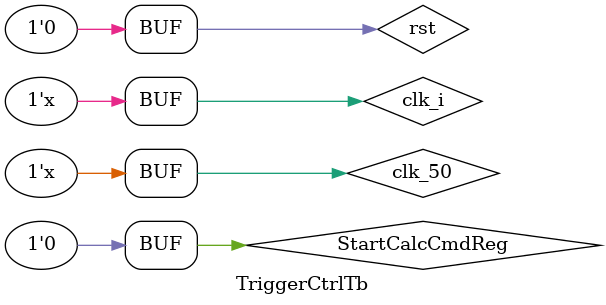
<source format=v>
`timescale 1ns / 1ps
module TriggerCtrlTb;
	
	parameter	[31:0]	DirectWriteCmd = {1'b0,7'h13,24'h5};
	parameter	[31:0]	NotDirectWriteCmd = {1'b0,7'h9,24'h5};
	parameter	[31:0]	DirectReadCmd = {1'b1,7'h13,24'h5};
	parameter	[31:0]	NotDirectReadCmd = {1'b1,7'h10,24'b1};
	parameter	[31:0]	DirectReadAns = {1'b0,7'h13,24'h5};
	
	parameter	[31:0]	ExtPosTrig0Cmd = {8'hE,16'h32,8'h7};
	parameter	[31:0]	ExtNegTrig0Cmd = {8'hE,16'h32,8'h5};
	parameter	[31:0]	IntPosTrig0Cmd = {8'hE,16'h32,8'h3};
	parameter	[31:0]	IntNegTrig0Cmd = {8'hE,16'h32,8'h1};
	
	reg		clk_50;

	reg	[31:0]	tb_cnt=4'd0;

	reg	rst;
	reg	mosi_i	=	1'b0;
	reg	Miso_i	=	1'b0;
	reg	ss_i;
	reg	clk_i	=	1'b0;
	wire	sck_i	=	(tb_cnt	>=	20	&&	tb_cnt <	52	|tb_cnt	>=	110	&&	tb_cnt <	142|tb_cnt	>=	200	&&	tb_cnt <	232|tb_cnt	>=	300	&&	tb_cnt <	332|tb_cnt	>=	400	&&	tb_cnt <	432)	?	clk_i:1'b1;
	
	reg	[31:0]	DspSpiData;
	reg			StartCalcCmdReg	;
	
	wire	[35:0]	sincos_value_transit;									
	wire	[13:0]	cos_value	=	sincos_value_transit [35:22];	
	wire	[13:0]	sin_value	=	sincos_value_transit [17:4];				

	wire	TrigFromExtDev	=	(tb_cnt	==	60|tb_cnt	==	160);
	wire	TrigFromExtDSp	=	(tb_cnt	==	250|tb_cnt	==	350);
//==========================================================================================
//clocks gen
	always	#10 clk_50	=	~clk_50;
	always	#10 clk_i	=	~clk_i;

//==========================================================================================
	initial begin
		clk_50	=	1'b1;
		rst		=	1'b1;
		StartCalcCmdReg	=	1'b1;
	#100;
		rst		=	1'b0;
	#100;
		StartCalcCmdReg	=	1'b0;
	end		

always	@(negedge	clk_50)	begin
	if	(!rst)		begin
		tb_cnt	<=	tb_cnt+1;
	end	else	begin
		tb_cnt	<=	0;
	end
end

always	@(posedge	clk_50)	begin
	if	(tb_cnt	>=	20	&&	tb_cnt <	52	|tb_cnt	>=	110	&&	tb_cnt <	142|tb_cnt	>=	200	&&	tb_cnt <	232|tb_cnt	>=	300	&&	tb_cnt <	332|tb_cnt	>=	400	&&	tb_cnt <	432)	begin
		ss_i	<=	1'b0;
	end	else	begin
		ss_i	<=	1'b1;
	end
end

always	@(posedge	clk_50)	begin
	if	(tb_cnt	== 19)	begin
		DspSpiData	<=	ExtPosTrig0Cmd;
	end	else	if	(tb_cnt	== 109)	begin
		DspSpiData	<=	ExtNegTrig0Cmd;
	end	else	if	(tb_cnt	== 199)	begin
		DspSpiData	<=	IntPosTrig0Cmd;
	end	else	if	(tb_cnt	== 299)	begin
		DspSpiData	<=	IntNegTrig0Cmd;	
	end	else	if	(tb_cnt == 399)	begin
		DspSpiData	<=	ExtPosTrig0Cmd;
	end	else	begin
		DspSpiData	<=	DspSpiData<<1;
	end
end

always	@(posedge clk_50)	begin
	if	(!rst)	begin
		if	(tb_cnt	>=	20	&&	tb_cnt <	52	|tb_cnt	>=	110	&&	tb_cnt <	142|tb_cnt	>=	200	&&	tb_cnt <	232|tb_cnt	>=	300	&&	tb_cnt <	332|tb_cnt	>=	400	&&	tb_cnt <	432)	begin
			mosi_i	<=	DspSpiData[31];
		end	else	begin
			mosi_i	<=	1'b1;
		end
	end
end

always	@(posedge clk_50)	begin
	if	(tb_cnt	>=	100	&&	tb_cnt <	132)	begin
		Miso_i	<=	DspSpiData[31];
	end	else	begin
		Miso_i	<=	1'b1;
	end
end

reg	[5:0]	testCnt	=	0;

always	@(posedge	sck_i)	begin
	if	(~ss_i)	begin
		testCnt	<=	testCnt	+1;
	end
end

CordicNco		
#(	.ODatWidth	(14),
	.PhIncWidth	(32),
	.IterNum	(10),
	.EnSinN		(0))
ncoInst
(
	.Clk_i				(clk_50),
	.Rst_i				(rst),
	.Val_i				(1'b1),
	.PhaseInc_i			(32'h25604189),
	.WindVal_i			(1'b1),
	.WinType_i			(),
	.Wind_o				(),
	.Sin_o				(sin_value),
	.Cos_o				(),
	.Val_o				()
);

	S5443Top uut (
	.Clk_i				(clk_50),
	.Led_o				(),
//------------------------------------------	
    .Adc1FclkP_i		(),		
    .Adc1FclkN_i		(),		
		
    .Adc1DataDa0P_i		(),
	.Adc1DataDa0N_i		(),		
    .Adc1DataDa1P_i		(),
    .Adc1DataDa1N_i		(),
    	
	.Adc1DataDb0P_i		(),
    .Adc1DataDb0N_i		(),		
    .Adc1DataDb1P_i		(),
    .Adc1DataDb1N_i		(),
//------------------------------------------	
    .Adc2FclkP_i		(),		
    .Adc2FclkN_i		(),		
			
    .Adc2DataDa0P_i		(),
    .Adc2DataDa0N_i		(),		
    .Adc2DataDa1P_i		(),
    .Adc2DataDa1N_i		(),
  
	.Adc2DataDb0P_i		(),
    .Adc2DataDb0N_i		(),		
    .Adc2DataDb1P_i		(),
    .Adc2DataDb1N_i		(),
//------------------------------------------
	.AdcInitMosi_o		(),
	.AdcInitClk_o		(),			
	.Adc1InitCs_o		(),
	.Adc2InitCs_o		(),
	.AdcInitRst_o		(),
//------------------------------------------	
	
	.Mosi_i				(mosi_i),
	.Sck_i				(sck_i),
	.Ss_i				(ss_i),
	.Miso_i				(Miso_i),	
		
	.LpOutClk_o			(),
	.LpOutFs_o			(),			
	.LpOutData_o		(),
	
	//fpga-dsp signals
	.StartMeas_i		(StartCalcCmdReg),
	.StartMeas_o		(),
	.StopMeas_i			(),	
	.Stopmeas_o			(),
	.EndMeas_o			(),
	.TimersClk_o		(),
	
	//trigger's 
	.ExtDevTrig0_io		(TrigFromExtDev),
	.ExtDevTrig0Dir_o	(),
	.ExtDevTrig1_io		(),
	.ExtDevTrig1Dir_o	(),
	
	.ExtDspTrig0_io		(TrigFromExtDSp),
	.ExtDspTrig0Dir_o	(),
	.ExtDspTrig1_io		(),
	.ExtDspTrig1Dir_o	(),	
	
	//overload lines
	.Overload_o			(),
	.OverloadS_i		(),
	
	//gain lines
	.GainControl_o		()//	0-adc1ChA 1-adc1ChB 2-adc2ChA 3-adc2ChB
	);

endmodule































</source>
